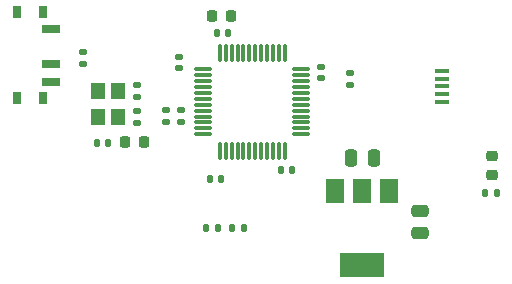
<source format=gbr>
%TF.GenerationSoftware,KiCad,Pcbnew,7.0.9*%
%TF.CreationDate,2023-12-08T01:22:57+08:00*%
%TF.ProjectId,Basic_STM32_Bluepill,42617369-635f-4535-944d-33325f426c75,rev?*%
%TF.SameCoordinates,Original*%
%TF.FileFunction,Paste,Top*%
%TF.FilePolarity,Positive*%
%FSLAX46Y46*%
G04 Gerber Fmt 4.6, Leading zero omitted, Abs format (unit mm)*
G04 Created by KiCad (PCBNEW 7.0.9) date 2023-12-08 01:22:57*
%MOMM*%
%LPD*%
G01*
G04 APERTURE LIST*
G04 Aperture macros list*
%AMRoundRect*
0 Rectangle with rounded corners*
0 $1 Rounding radius*
0 $2 $3 $4 $5 $6 $7 $8 $9 X,Y pos of 4 corners*
0 Add a 4 corners polygon primitive as box body*
4,1,4,$2,$3,$4,$5,$6,$7,$8,$9,$2,$3,0*
0 Add four circle primitives for the rounded corners*
1,1,$1+$1,$2,$3*
1,1,$1+$1,$4,$5*
1,1,$1+$1,$6,$7*
1,1,$1+$1,$8,$9*
0 Add four rect primitives between the rounded corners*
20,1,$1+$1,$2,$3,$4,$5,0*
20,1,$1+$1,$4,$5,$6,$7,0*
20,1,$1+$1,$6,$7,$8,$9,0*
20,1,$1+$1,$8,$9,$2,$3,0*%
G04 Aperture macros list end*
%ADD10RoundRect,0.140000X-0.140000X-0.170000X0.140000X-0.170000X0.140000X0.170000X-0.140000X0.170000X0*%
%ADD11RoundRect,0.140000X0.170000X-0.140000X0.170000X0.140000X-0.170000X0.140000X-0.170000X-0.140000X0*%
%ADD12R,1.200000X1.400000*%
%ADD13RoundRect,0.135000X0.135000X0.185000X-0.135000X0.185000X-0.135000X-0.185000X0.135000X-0.185000X0*%
%ADD14R,1.300000X0.450000*%
%ADD15RoundRect,0.135000X-0.135000X-0.185000X0.135000X-0.185000X0.135000X0.185000X-0.135000X0.185000X0*%
%ADD16RoundRect,0.135000X0.185000X-0.135000X0.185000X0.135000X-0.185000X0.135000X-0.185000X-0.135000X0*%
%ADD17RoundRect,0.135000X-0.185000X0.135000X-0.185000X-0.135000X0.185000X-0.135000X0.185000X0.135000X0*%
%ADD18RoundRect,0.218750X0.218750X0.256250X-0.218750X0.256250X-0.218750X-0.256250X0.218750X-0.256250X0*%
%ADD19RoundRect,0.140000X0.140000X0.170000X-0.140000X0.170000X-0.140000X-0.170000X0.140000X-0.170000X0*%
%ADD20RoundRect,0.140000X-0.170000X0.140000X-0.170000X-0.140000X0.170000X-0.140000X0.170000X0.140000X0*%
%ADD21RoundRect,0.250000X0.475000X-0.250000X0.475000X0.250000X-0.475000X0.250000X-0.475000X-0.250000X0*%
%ADD22RoundRect,0.218750X0.256250X-0.218750X0.256250X0.218750X-0.256250X0.218750X-0.256250X-0.218750X0*%
%ADD23R,0.800000X1.000000*%
%ADD24R,1.500000X0.700000*%
%ADD25RoundRect,0.225000X-0.225000X-0.250000X0.225000X-0.250000X0.225000X0.250000X-0.225000X0.250000X0*%
%ADD26R,1.500000X2.000000*%
%ADD27R,3.800000X2.000000*%
%ADD28RoundRect,0.250000X-0.250000X-0.475000X0.250000X-0.475000X0.250000X0.475000X-0.250000X0.475000X0*%
%ADD29RoundRect,0.075000X-0.662500X-0.075000X0.662500X-0.075000X0.662500X0.075000X-0.662500X0.075000X0*%
%ADD30RoundRect,0.075000X-0.075000X-0.662500X0.075000X-0.662500X0.075000X0.662500X-0.075000X0.662500X0*%
G04 APERTURE END LIST*
D10*
%TO.C,C3*%
X150420000Y-99500000D03*
X151380000Y-99500000D03*
%TD*%
D11*
%TO.C,C4*%
X144200000Y-92580000D03*
X144200000Y-91620000D03*
%TD*%
D12*
%TO.C,Y1*%
X140920000Y-92100000D03*
X140920000Y-94300000D03*
X142620000Y-94300000D03*
X142620000Y-92100000D03*
%TD*%
D13*
%TO.C,R3*%
X153310000Y-103700000D03*
X152290000Y-103700000D03*
%TD*%
D14*
%TO.C,J3*%
X170045000Y-93000000D03*
X170045000Y-92350000D03*
X170045000Y-91700000D03*
X170045000Y-91050000D03*
X170045000Y-90400000D03*
%TD*%
D15*
%TO.C,R1*%
X173663000Y-100711500D03*
X174683000Y-100711500D03*
%TD*%
D16*
%TO.C,R4*%
X139649000Y-89827000D03*
X139649000Y-88807000D03*
%TD*%
D17*
%TO.C,R5*%
X162300000Y-90590000D03*
X162300000Y-91610000D03*
%TD*%
D10*
%TO.C,C8*%
X151008000Y-87158000D03*
X151968000Y-87158000D03*
%TD*%
D11*
%TO.C,C9*%
X147800000Y-90180000D03*
X147800000Y-89220000D03*
%TD*%
D18*
%TO.C,FB1*%
X144787500Y-96400000D03*
X143212500Y-96400000D03*
%TD*%
D19*
%TO.C,C10*%
X157380000Y-98800000D03*
X156420000Y-98800000D03*
%TD*%
D11*
%TO.C,C12*%
X146700000Y-94680000D03*
X146700000Y-93720000D03*
%TD*%
%TO.C,C11*%
X148000000Y-94680000D03*
X148000000Y-93720000D03*
%TD*%
D20*
%TO.C,C6*%
X159842000Y-90020000D03*
X159842000Y-90980000D03*
%TD*%
D21*
%TO.C,C2*%
X168200000Y-104150000D03*
X168200000Y-102250000D03*
%TD*%
D22*
%TO.C,D1*%
X174300000Y-99187500D03*
X174300000Y-97612500D03*
%TD*%
D23*
%TO.C,SW1*%
X136280000Y-85413000D03*
X134070000Y-85413000D03*
X136280000Y-92713000D03*
X134070000Y-92713000D03*
D24*
X136930000Y-86813000D03*
X136930000Y-89813000D03*
X136930000Y-91313000D03*
%TD*%
D15*
%TO.C,R2*%
X150090000Y-103700000D03*
X151110000Y-103700000D03*
%TD*%
D25*
%TO.C,C5*%
X150625000Y-85700000D03*
X152175000Y-85700000D03*
%TD*%
D11*
%TO.C,C7*%
X144200000Y-94780000D03*
X144200000Y-93820000D03*
%TD*%
D26*
%TO.C,U1*%
X165600000Y-100557000D03*
X163300000Y-100557000D03*
D27*
X163300000Y-106857000D03*
D26*
X161000000Y-100557000D03*
%TD*%
D19*
%TO.C,C13*%
X141780000Y-96500000D03*
X140820000Y-96500000D03*
%TD*%
D28*
%TO.C,C1*%
X162384000Y-97800000D03*
X164284000Y-97800000D03*
%TD*%
D29*
%TO.C,U2*%
X149837500Y-90250000D03*
X149837500Y-90750000D03*
X149837500Y-91250000D03*
X149837500Y-91750000D03*
X149837500Y-92250000D03*
X149837500Y-92750000D03*
X149837500Y-93250000D03*
X149837500Y-93750000D03*
X149837500Y-94250000D03*
X149837500Y-94750000D03*
X149837500Y-95250000D03*
X149837500Y-95750000D03*
D30*
X151250000Y-97162500D03*
X151750000Y-97162500D03*
X152250000Y-97162500D03*
X152750000Y-97162500D03*
X153250000Y-97162500D03*
X153750000Y-97162500D03*
X154250000Y-97162500D03*
X154750000Y-97162500D03*
X155250000Y-97162500D03*
X155750000Y-97162500D03*
X156250000Y-97162500D03*
X156750000Y-97162500D03*
D29*
X158162500Y-95750000D03*
X158162500Y-95250000D03*
X158162500Y-94750000D03*
X158162500Y-94250000D03*
X158162500Y-93750000D03*
X158162500Y-93250000D03*
X158162500Y-92750000D03*
X158162500Y-92250000D03*
X158162500Y-91750000D03*
X158162500Y-91250000D03*
X158162500Y-90750000D03*
X158162500Y-90250000D03*
D30*
X156750000Y-88837500D03*
X156250000Y-88837500D03*
X155750000Y-88837500D03*
X155250000Y-88837500D03*
X154750000Y-88837500D03*
X154250000Y-88837500D03*
X153750000Y-88837500D03*
X153250000Y-88837500D03*
X152750000Y-88837500D03*
X152250000Y-88837500D03*
X151750000Y-88837500D03*
X151250000Y-88837500D03*
%TD*%
M02*

</source>
